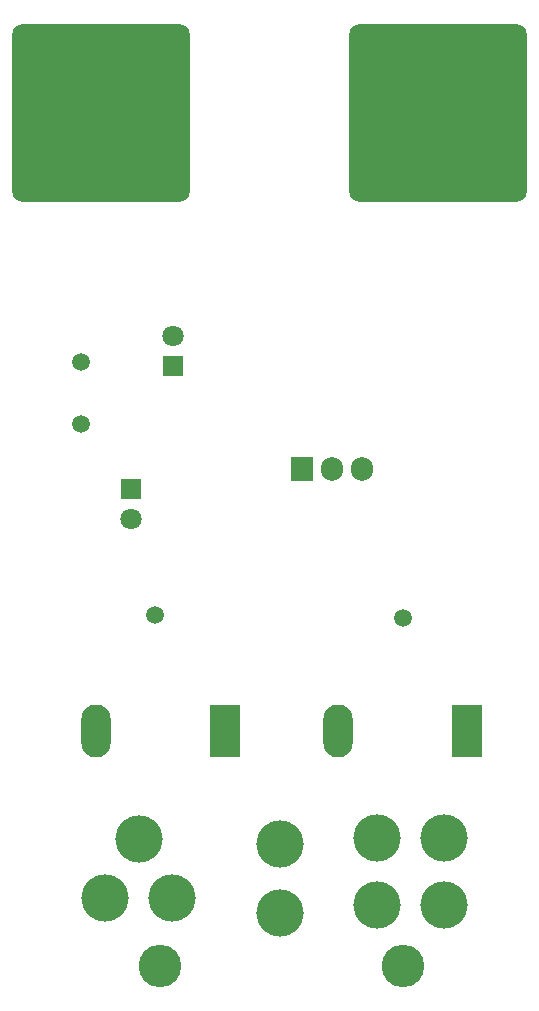
<source format=gbs>
%TF.GenerationSoftware,KiCad,Pcbnew,(6.0.5)*%
%TF.CreationDate,2022-08-02T11:04:15-06:00*%
%TF.ProjectId,fet_stress_test,6665745f-7374-4726-9573-735f74657374,rev?*%
%TF.SameCoordinates,Original*%
%TF.FileFunction,Soldermask,Bot*%
%TF.FilePolarity,Negative*%
%FSLAX46Y46*%
G04 Gerber Fmt 4.6, Leading zero omitted, Abs format (unit mm)*
G04 Created by KiCad (PCBNEW (6.0.5)) date 2022-08-02 11:04:15*
%MOMM*%
%LPD*%
G01*
G04 APERTURE LIST*
G04 Aperture macros list*
%AMRoundRect*
0 Rectangle with rounded corners*
0 $1 Rounding radius*
0 $2 $3 $4 $5 $6 $7 $8 $9 X,Y pos of 4 corners*
0 Add a 4 corners polygon primitive as box body*
4,1,4,$2,$3,$4,$5,$6,$7,$8,$9,$2,$3,0*
0 Add four circle primitives for the rounded corners*
1,1,$1+$1,$2,$3*
1,1,$1+$1,$4,$5*
1,1,$1+$1,$6,$7*
1,1,$1+$1,$8,$9*
0 Add four rect primitives between the rounded corners*
20,1,$1+$1,$2,$3,$4,$5,0*
20,1,$1+$1,$4,$5,$6,$7,0*
20,1,$1+$1,$6,$7,$8,$9,0*
20,1,$1+$1,$8,$9,$2,$3,0*%
G04 Aperture macros list end*
%ADD10C,4.000000*%
%ADD11R,1.905000X2.000000*%
%ADD12O,1.905000X2.000000*%
%ADD13O,3.600000X3.600000*%
%ADD14R,2.500000X4.500000*%
%ADD15O,2.500000X4.500000*%
%ADD16R,1.800000X1.800000*%
%ADD17C,1.800000*%
%ADD18RoundRect,0.750000X-6.750000X-6.750000X6.750000X-6.750000X6.750000X6.750000X-6.750000X6.750000X0*%
%ADD19C,1.500000*%
G04 APERTURE END LIST*
D10*
%TO.C,J3*%
X131167900Y-129617900D03*
X131167900Y-135282100D03*
X136832100Y-135282100D03*
X136832100Y-129617900D03*
%TD*%
%TO.C,J2*%
X111000000Y-129700440D03*
X108142500Y-134649780D03*
X113857500Y-134649780D03*
%TD*%
%TO.C,J1*%
X123000000Y-136000000D03*
X123000000Y-130158000D03*
%TD*%
D11*
%TO.C,Q2*%
X124850000Y-98400000D03*
D12*
X127390000Y-98400000D03*
X129930000Y-98400000D03*
%TD*%
D13*
%TO.C,R7*%
X112850000Y-140420000D03*
D14*
X118300000Y-120560000D03*
D15*
X107400000Y-120560000D03*
%TD*%
D16*
%TO.C,D4*%
X110390000Y-100075000D03*
D17*
X110390000Y-102615000D03*
%TD*%
D16*
%TO.C,D1*%
X113890000Y-89625000D03*
D17*
X113890000Y-87085000D03*
%TD*%
D13*
%TO.C,R8*%
X133350000Y-140420000D03*
D14*
X138800000Y-120560000D03*
D15*
X127900000Y-120560000D03*
%TD*%
D18*
%TO.C,TP1*%
X107850000Y-68200000D03*
%TD*%
D19*
%TO.C,TP5*%
X133350000Y-110950000D03*
%TD*%
%TO.C,TP3*%
X112350000Y-110700000D03*
%TD*%
%TO.C,TP6*%
X106140000Y-89350000D03*
%TD*%
%TO.C,TP4*%
X106140000Y-94600000D03*
%TD*%
D18*
%TO.C,TP2*%
X136350000Y-68200000D03*
%TD*%
M02*

</source>
